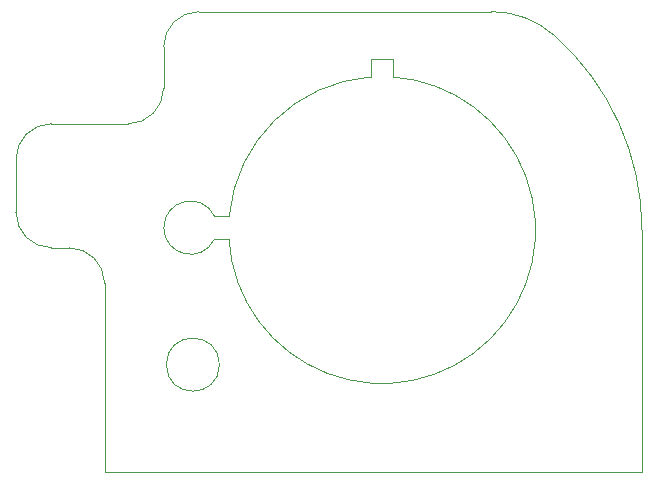
<source format=gbr>
G04 #@! TF.GenerationSoftware,KiCad,Pcbnew,8.0.8+dfsg-1*
G04 #@! TF.CreationDate,2025-03-16T16:56:24-04:00*
G04 #@! TF.ProjectId,RUST_Dialboard,52555354-5f44-4696-916c-626f6172642e,rev?*
G04 #@! TF.SameCoordinates,Original*
G04 #@! TF.FileFunction,Profile,NP*
%FSLAX46Y46*%
G04 Gerber Fmt 4.6, Leading zero omitted, Abs format (unit mm)*
G04 Created by KiCad (PCBNEW 8.0.8+dfsg-1) date 2025-03-16 16:56:24*
%MOMM*%
%LPD*%
G01*
G04 APERTURE LIST*
G04 #@! TA.AperFunction,Profile*
%ADD10C,0.050000*%
G04 #@! TD*
G04 APERTURE END LIST*
D10*
X131848275Y-84469652D02*
X130580000Y-84470000D01*
X145691999Y-72720001D02*
G75*
G02*
X131824821Y-86469828I-899999J-12959999D01*
G01*
X130586094Y-86469688D02*
G75*
G02*
X130580000Y-84470000I-2023094J993688D01*
G01*
X131018000Y-97074000D02*
G75*
G02*
X126518000Y-97074000I-2250000J0D01*
G01*
X126518000Y-97074000D02*
G75*
G02*
X131018000Y-97074000I2250000J0D01*
G01*
X143892000Y-71180000D02*
X145692000Y-71180000D01*
X131824821Y-86469828D02*
X130586094Y-86469688D01*
X131848275Y-84469652D02*
G75*
G02*
X143892000Y-72711000I12943725J-1210348D01*
G01*
X143892000Y-72711000D02*
X143892000Y-71180000D01*
X145692000Y-71180000D02*
X145691999Y-72720001D01*
X154052000Y-67180995D02*
G75*
G02*
X159341999Y-69180001I0J-7999005D01*
G01*
X118292000Y-87180000D02*
G75*
G02*
X121292000Y-90180000I0J-3000000D01*
G01*
X116792000Y-87180000D02*
X118292000Y-87180000D01*
X159342714Y-69179190D02*
G75*
G02*
X166792000Y-85680000I-14550714J-16500810D01*
G01*
X166792000Y-106180000D02*
X121292000Y-106180000D01*
X126292000Y-70180000D02*
G75*
G02*
X129292000Y-67180000I3000000J0D01*
G01*
X121292000Y-90180000D02*
X121292000Y-106180000D01*
X113792000Y-79680000D02*
X113792000Y-84180000D01*
X126292000Y-73680000D02*
X126292000Y-70180000D01*
X116792000Y-76680000D02*
X123292000Y-76680000D01*
X113792000Y-79680000D02*
G75*
G02*
X116792000Y-76680000I3000000J0D01*
G01*
X129292000Y-67180000D02*
X154052000Y-67180995D01*
X116792000Y-87180000D02*
G75*
G02*
X113792000Y-84180000I0J3000000D01*
G01*
X166792000Y-85680000D02*
X166792000Y-106180000D01*
X126292000Y-73680000D02*
G75*
G02*
X123292000Y-76680000I-3000000J0D01*
G01*
M02*

</source>
